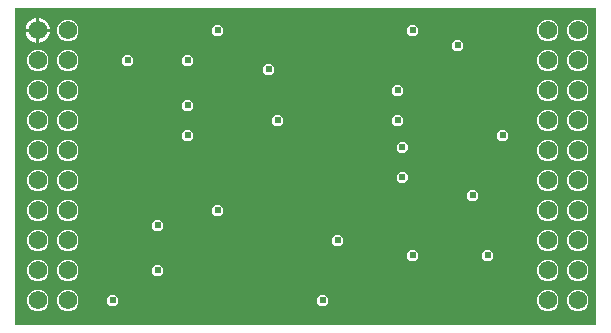
<source format=gbr>
G04 EAGLE Gerber RS-274X export*
G75*
%MOMM*%
%FSLAX34Y34*%
%LPD*%
%INCopper Layer 15*%
%IPPOS*%
%AMOC8*
5,1,8,0,0,1.08239X$1,22.5*%
G01*
%ADD10C,1.575000*%
%ADD11C,0.610000*%

G36*
X493937Y2004D02*
X493937Y2004D01*
X493957Y2002D01*
X494058Y2024D01*
X494160Y2040D01*
X494178Y2050D01*
X494197Y2054D01*
X494286Y2107D01*
X494377Y2156D01*
X494391Y2170D01*
X494408Y2180D01*
X494476Y2259D01*
X494547Y2334D01*
X494555Y2352D01*
X494568Y2367D01*
X494607Y2463D01*
X494650Y2557D01*
X494653Y2577D01*
X494660Y2595D01*
X494678Y2762D01*
X494678Y270062D01*
X494675Y270082D01*
X494677Y270101D01*
X494655Y270203D01*
X494639Y270305D01*
X494629Y270322D01*
X494625Y270342D01*
X494572Y270431D01*
X494524Y270522D01*
X494509Y270536D01*
X494499Y270553D01*
X494420Y270620D01*
X494345Y270691D01*
X494327Y270700D01*
X494312Y270713D01*
X494216Y270752D01*
X494122Y270795D01*
X494102Y270797D01*
X494084Y270805D01*
X493917Y270823D01*
X2762Y270823D01*
X2742Y270820D01*
X2723Y270822D01*
X2621Y270800D01*
X2519Y270783D01*
X2502Y270774D01*
X2482Y270770D01*
X2393Y270717D01*
X2302Y270668D01*
X2288Y270654D01*
X2271Y270644D01*
X2204Y270565D01*
X2132Y270490D01*
X2124Y270472D01*
X2111Y270457D01*
X2072Y270361D01*
X2029Y270267D01*
X2027Y270247D01*
X2019Y270229D01*
X2001Y270062D01*
X2001Y2762D01*
X2004Y2742D01*
X2002Y2723D01*
X2024Y2621D01*
X2040Y2519D01*
X2050Y2502D01*
X2054Y2482D01*
X2107Y2393D01*
X2156Y2302D01*
X2170Y2288D01*
X2180Y2271D01*
X2259Y2204D01*
X2334Y2132D01*
X2352Y2124D01*
X2367Y2111D01*
X2463Y2072D01*
X2557Y2029D01*
X2577Y2027D01*
X2595Y2019D01*
X2762Y2001D01*
X493917Y2001D01*
X493937Y2004D01*
G37*
%LPC*%
G36*
X19771Y115314D02*
X19771Y115314D01*
X16409Y116707D01*
X13837Y119279D01*
X12444Y122641D01*
X12444Y126279D01*
X13837Y129641D01*
X16409Y132213D01*
X19771Y133606D01*
X23409Y133606D01*
X26771Y132213D01*
X29343Y129641D01*
X30736Y126279D01*
X30736Y122641D01*
X29343Y119279D01*
X26771Y116707D01*
X23409Y115314D01*
X19771Y115314D01*
G37*
%LPD*%
%LPC*%
G36*
X476971Y89914D02*
X476971Y89914D01*
X473609Y91307D01*
X471037Y93879D01*
X469644Y97241D01*
X469644Y100879D01*
X471037Y104241D01*
X473609Y106813D01*
X476971Y108206D01*
X480609Y108206D01*
X483971Y106813D01*
X486543Y104241D01*
X487936Y100879D01*
X487936Y97241D01*
X486543Y93879D01*
X483971Y91307D01*
X480609Y89914D01*
X476971Y89914D01*
G37*
%LPD*%
%LPC*%
G36*
X476971Y242314D02*
X476971Y242314D01*
X473609Y243707D01*
X471037Y246279D01*
X469644Y249641D01*
X469644Y253279D01*
X471037Y256641D01*
X473609Y259213D01*
X476971Y260606D01*
X480609Y260606D01*
X483971Y259213D01*
X486543Y256641D01*
X487936Y253279D01*
X487936Y249641D01*
X486543Y246279D01*
X483971Y243707D01*
X480609Y242314D01*
X476971Y242314D01*
G37*
%LPD*%
%LPC*%
G36*
X451571Y242314D02*
X451571Y242314D01*
X448209Y243707D01*
X445637Y246279D01*
X444244Y249641D01*
X444244Y253279D01*
X445637Y256641D01*
X448209Y259213D01*
X451571Y260606D01*
X455209Y260606D01*
X458571Y259213D01*
X461143Y256641D01*
X462536Y253279D01*
X462536Y249641D01*
X461143Y246279D01*
X458571Y243707D01*
X455209Y242314D01*
X451571Y242314D01*
G37*
%LPD*%
%LPC*%
G36*
X45171Y242314D02*
X45171Y242314D01*
X41809Y243707D01*
X39237Y246279D01*
X37844Y249641D01*
X37844Y253279D01*
X39237Y256641D01*
X41809Y259213D01*
X45171Y260606D01*
X48809Y260606D01*
X52171Y259213D01*
X54743Y256641D01*
X56136Y253279D01*
X56136Y249641D01*
X54743Y246279D01*
X52171Y243707D01*
X48809Y242314D01*
X45171Y242314D01*
G37*
%LPD*%
%LPC*%
G36*
X451571Y89914D02*
X451571Y89914D01*
X448209Y91307D01*
X445637Y93879D01*
X444244Y97241D01*
X444244Y100879D01*
X445637Y104241D01*
X448209Y106813D01*
X451571Y108206D01*
X455209Y108206D01*
X458571Y106813D01*
X461143Y104241D01*
X462536Y100879D01*
X462536Y97241D01*
X461143Y93879D01*
X458571Y91307D01*
X455209Y89914D01*
X451571Y89914D01*
G37*
%LPD*%
%LPC*%
G36*
X45171Y89914D02*
X45171Y89914D01*
X41809Y91307D01*
X39237Y93879D01*
X37844Y97241D01*
X37844Y100879D01*
X39237Y104241D01*
X41809Y106813D01*
X45171Y108206D01*
X48809Y108206D01*
X52171Y106813D01*
X54743Y104241D01*
X56136Y100879D01*
X56136Y97241D01*
X54743Y93879D01*
X52171Y91307D01*
X48809Y89914D01*
X45171Y89914D01*
G37*
%LPD*%
%LPC*%
G36*
X19771Y140714D02*
X19771Y140714D01*
X16409Y142107D01*
X13837Y144679D01*
X12444Y148041D01*
X12444Y151679D01*
X13837Y155041D01*
X16409Y157613D01*
X19771Y159006D01*
X23409Y159006D01*
X26771Y157613D01*
X29343Y155041D01*
X30736Y151679D01*
X30736Y148041D01*
X29343Y144679D01*
X26771Y142107D01*
X23409Y140714D01*
X19771Y140714D01*
G37*
%LPD*%
%LPC*%
G36*
X19771Y89914D02*
X19771Y89914D01*
X16409Y91307D01*
X13837Y93879D01*
X12444Y97241D01*
X12444Y100879D01*
X13837Y104241D01*
X16409Y106813D01*
X19771Y108206D01*
X23409Y108206D01*
X26771Y106813D01*
X29343Y104241D01*
X30736Y100879D01*
X30736Y97241D01*
X29343Y93879D01*
X26771Y91307D01*
X23409Y89914D01*
X19771Y89914D01*
G37*
%LPD*%
%LPC*%
G36*
X476971Y64514D02*
X476971Y64514D01*
X473609Y65907D01*
X471037Y68479D01*
X469644Y71841D01*
X469644Y75479D01*
X471037Y78841D01*
X473609Y81413D01*
X476971Y82806D01*
X480609Y82806D01*
X483971Y81413D01*
X486543Y78841D01*
X487936Y75479D01*
X487936Y71841D01*
X486543Y68479D01*
X483971Y65907D01*
X480609Y64514D01*
X476971Y64514D01*
G37*
%LPD*%
%LPC*%
G36*
X451571Y64514D02*
X451571Y64514D01*
X448209Y65907D01*
X445637Y68479D01*
X444244Y71841D01*
X444244Y75479D01*
X445637Y78841D01*
X448209Y81413D01*
X451571Y82806D01*
X455209Y82806D01*
X458571Y81413D01*
X461143Y78841D01*
X462536Y75479D01*
X462536Y71841D01*
X461143Y68479D01*
X458571Y65907D01*
X455209Y64514D01*
X451571Y64514D01*
G37*
%LPD*%
%LPC*%
G36*
X451571Y216914D02*
X451571Y216914D01*
X448209Y218307D01*
X445637Y220879D01*
X444244Y224241D01*
X444244Y227879D01*
X445637Y231241D01*
X448209Y233813D01*
X451571Y235206D01*
X455209Y235206D01*
X458571Y233813D01*
X461143Y231241D01*
X462536Y227879D01*
X462536Y224241D01*
X461143Y220879D01*
X458571Y218307D01*
X455209Y216914D01*
X451571Y216914D01*
G37*
%LPD*%
%LPC*%
G36*
X45171Y216914D02*
X45171Y216914D01*
X41809Y218307D01*
X39237Y220879D01*
X37844Y224241D01*
X37844Y227879D01*
X39237Y231241D01*
X41809Y233813D01*
X45171Y235206D01*
X48809Y235206D01*
X52171Y233813D01*
X54743Y231241D01*
X56136Y227879D01*
X56136Y224241D01*
X54743Y220879D01*
X52171Y218307D01*
X48809Y216914D01*
X45171Y216914D01*
G37*
%LPD*%
%LPC*%
G36*
X476971Y216914D02*
X476971Y216914D01*
X473609Y218307D01*
X471037Y220879D01*
X469644Y224241D01*
X469644Y227879D01*
X471037Y231241D01*
X473609Y233813D01*
X476971Y235206D01*
X480609Y235206D01*
X483971Y233813D01*
X486543Y231241D01*
X487936Y227879D01*
X487936Y224241D01*
X486543Y220879D01*
X483971Y218307D01*
X480609Y216914D01*
X476971Y216914D01*
G37*
%LPD*%
%LPC*%
G36*
X19771Y216914D02*
X19771Y216914D01*
X16409Y218307D01*
X13837Y220879D01*
X12444Y224241D01*
X12444Y227879D01*
X13837Y231241D01*
X16409Y233813D01*
X19771Y235206D01*
X23409Y235206D01*
X26771Y233813D01*
X29343Y231241D01*
X30736Y227879D01*
X30736Y224241D01*
X29343Y220879D01*
X26771Y218307D01*
X23409Y216914D01*
X19771Y216914D01*
G37*
%LPD*%
%LPC*%
G36*
X45171Y64514D02*
X45171Y64514D01*
X41809Y65907D01*
X39237Y68479D01*
X37844Y71841D01*
X37844Y75479D01*
X39237Y78841D01*
X41809Y81413D01*
X45171Y82806D01*
X48809Y82806D01*
X52171Y81413D01*
X54743Y78841D01*
X56136Y75479D01*
X56136Y71841D01*
X54743Y68479D01*
X52171Y65907D01*
X48809Y64514D01*
X45171Y64514D01*
G37*
%LPD*%
%LPC*%
G36*
X19771Y64514D02*
X19771Y64514D01*
X16409Y65907D01*
X13837Y68479D01*
X12444Y71841D01*
X12444Y75479D01*
X13837Y78841D01*
X16409Y81413D01*
X19771Y82806D01*
X23409Y82806D01*
X26771Y81413D01*
X29343Y78841D01*
X30736Y75479D01*
X30736Y71841D01*
X29343Y68479D01*
X26771Y65907D01*
X23409Y64514D01*
X19771Y64514D01*
G37*
%LPD*%
%LPC*%
G36*
X476971Y39114D02*
X476971Y39114D01*
X473609Y40507D01*
X471037Y43079D01*
X469644Y46441D01*
X469644Y50079D01*
X471037Y53441D01*
X473609Y56013D01*
X476971Y57406D01*
X480609Y57406D01*
X483971Y56013D01*
X486543Y53441D01*
X487936Y50079D01*
X487936Y46441D01*
X486543Y43079D01*
X483971Y40507D01*
X480609Y39114D01*
X476971Y39114D01*
G37*
%LPD*%
%LPC*%
G36*
X476971Y191514D02*
X476971Y191514D01*
X473609Y192907D01*
X471037Y195479D01*
X469644Y198841D01*
X469644Y202479D01*
X471037Y205841D01*
X473609Y208413D01*
X476971Y209806D01*
X480609Y209806D01*
X483971Y208413D01*
X486543Y205841D01*
X487936Y202479D01*
X487936Y198841D01*
X486543Y195479D01*
X483971Y192907D01*
X480609Y191514D01*
X476971Y191514D01*
G37*
%LPD*%
%LPC*%
G36*
X451571Y191514D02*
X451571Y191514D01*
X448209Y192907D01*
X445637Y195479D01*
X444244Y198841D01*
X444244Y202479D01*
X445637Y205841D01*
X448209Y208413D01*
X451571Y209806D01*
X455209Y209806D01*
X458571Y208413D01*
X461143Y205841D01*
X462536Y202479D01*
X462536Y198841D01*
X461143Y195479D01*
X458571Y192907D01*
X455209Y191514D01*
X451571Y191514D01*
G37*
%LPD*%
%LPC*%
G36*
X45171Y191514D02*
X45171Y191514D01*
X41809Y192907D01*
X39237Y195479D01*
X37844Y198841D01*
X37844Y202479D01*
X39237Y205841D01*
X41809Y208413D01*
X45171Y209806D01*
X48809Y209806D01*
X52171Y208413D01*
X54743Y205841D01*
X56136Y202479D01*
X56136Y198841D01*
X54743Y195479D01*
X52171Y192907D01*
X48809Y191514D01*
X45171Y191514D01*
G37*
%LPD*%
%LPC*%
G36*
X19771Y191514D02*
X19771Y191514D01*
X16409Y192907D01*
X13837Y195479D01*
X12444Y198841D01*
X12444Y202479D01*
X13837Y205841D01*
X16409Y208413D01*
X19771Y209806D01*
X23409Y209806D01*
X26771Y208413D01*
X29343Y205841D01*
X30736Y202479D01*
X30736Y198841D01*
X29343Y195479D01*
X26771Y192907D01*
X23409Y191514D01*
X19771Y191514D01*
G37*
%LPD*%
%LPC*%
G36*
X451571Y39114D02*
X451571Y39114D01*
X448209Y40507D01*
X445637Y43079D01*
X444244Y46441D01*
X444244Y50079D01*
X445637Y53441D01*
X448209Y56013D01*
X451571Y57406D01*
X455209Y57406D01*
X458571Y56013D01*
X461143Y53441D01*
X462536Y50079D01*
X462536Y46441D01*
X461143Y43079D01*
X458571Y40507D01*
X455209Y39114D01*
X451571Y39114D01*
G37*
%LPD*%
%LPC*%
G36*
X19771Y39114D02*
X19771Y39114D01*
X16409Y40507D01*
X13837Y43079D01*
X12444Y46441D01*
X12444Y50079D01*
X13837Y53441D01*
X16409Y56013D01*
X19771Y57406D01*
X23409Y57406D01*
X26771Y56013D01*
X29343Y53441D01*
X30736Y50079D01*
X30736Y46441D01*
X29343Y43079D01*
X26771Y40507D01*
X23409Y39114D01*
X19771Y39114D01*
G37*
%LPD*%
%LPC*%
G36*
X476971Y166114D02*
X476971Y166114D01*
X473609Y167507D01*
X471037Y170079D01*
X469644Y173441D01*
X469644Y177079D01*
X471037Y180441D01*
X473609Y183013D01*
X476971Y184406D01*
X480609Y184406D01*
X483971Y183013D01*
X486543Y180441D01*
X487936Y177079D01*
X487936Y173441D01*
X486543Y170079D01*
X483971Y167507D01*
X480609Y166114D01*
X476971Y166114D01*
G37*
%LPD*%
%LPC*%
G36*
X451571Y166114D02*
X451571Y166114D01*
X448209Y167507D01*
X445637Y170079D01*
X444244Y173441D01*
X444244Y177079D01*
X445637Y180441D01*
X448209Y183013D01*
X451571Y184406D01*
X455209Y184406D01*
X458571Y183013D01*
X461143Y180441D01*
X462536Y177079D01*
X462536Y173441D01*
X461143Y170079D01*
X458571Y167507D01*
X455209Y166114D01*
X451571Y166114D01*
G37*
%LPD*%
%LPC*%
G36*
X45171Y166114D02*
X45171Y166114D01*
X41809Y167507D01*
X39237Y170079D01*
X37844Y173441D01*
X37844Y177079D01*
X39237Y180441D01*
X41809Y183013D01*
X45171Y184406D01*
X48809Y184406D01*
X52171Y183013D01*
X54743Y180441D01*
X56136Y177079D01*
X56136Y173441D01*
X54743Y170079D01*
X52171Y167507D01*
X48809Y166114D01*
X45171Y166114D01*
G37*
%LPD*%
%LPC*%
G36*
X19771Y166114D02*
X19771Y166114D01*
X16409Y167507D01*
X13837Y170079D01*
X12444Y173441D01*
X12444Y177079D01*
X13837Y180441D01*
X16409Y183013D01*
X19771Y184406D01*
X23409Y184406D01*
X26771Y183013D01*
X29343Y180441D01*
X30736Y177079D01*
X30736Y173441D01*
X29343Y170079D01*
X26771Y167507D01*
X23409Y166114D01*
X19771Y166114D01*
G37*
%LPD*%
%LPC*%
G36*
X476971Y13714D02*
X476971Y13714D01*
X473609Y15107D01*
X471037Y17679D01*
X469644Y21041D01*
X469644Y24679D01*
X471037Y28041D01*
X473609Y30613D01*
X476971Y32006D01*
X480609Y32006D01*
X483971Y30613D01*
X486543Y28041D01*
X487936Y24679D01*
X487936Y21041D01*
X486543Y17679D01*
X483971Y15107D01*
X480609Y13714D01*
X476971Y13714D01*
G37*
%LPD*%
%LPC*%
G36*
X451571Y13714D02*
X451571Y13714D01*
X448209Y15107D01*
X445637Y17679D01*
X444244Y21041D01*
X444244Y24679D01*
X445637Y28041D01*
X448209Y30613D01*
X451571Y32006D01*
X455209Y32006D01*
X458571Y30613D01*
X461143Y28041D01*
X462536Y24679D01*
X462536Y21041D01*
X461143Y17679D01*
X458571Y15107D01*
X455209Y13714D01*
X451571Y13714D01*
G37*
%LPD*%
%LPC*%
G36*
X45171Y13714D02*
X45171Y13714D01*
X41809Y15107D01*
X39237Y17679D01*
X37844Y21041D01*
X37844Y24679D01*
X39237Y28041D01*
X41809Y30613D01*
X45171Y32006D01*
X48809Y32006D01*
X52171Y30613D01*
X54743Y28041D01*
X56136Y24679D01*
X56136Y21041D01*
X54743Y17679D01*
X52171Y15107D01*
X48809Y13714D01*
X45171Y13714D01*
G37*
%LPD*%
%LPC*%
G36*
X19771Y13714D02*
X19771Y13714D01*
X16409Y15107D01*
X13837Y17679D01*
X12444Y21041D01*
X12444Y24679D01*
X13837Y28041D01*
X16409Y30613D01*
X19771Y32006D01*
X23409Y32006D01*
X26771Y30613D01*
X29343Y28041D01*
X30736Y24679D01*
X30736Y21041D01*
X29343Y17679D01*
X26771Y15107D01*
X23409Y13714D01*
X19771Y13714D01*
G37*
%LPD*%
%LPC*%
G36*
X45171Y140714D02*
X45171Y140714D01*
X41809Y142107D01*
X39237Y144679D01*
X37844Y148041D01*
X37844Y151679D01*
X39237Y155041D01*
X41809Y157613D01*
X45171Y159006D01*
X48809Y159006D01*
X52171Y157613D01*
X54743Y155041D01*
X56136Y151679D01*
X56136Y148041D01*
X54743Y144679D01*
X52171Y142107D01*
X48809Y140714D01*
X45171Y140714D01*
G37*
%LPD*%
%LPC*%
G36*
X45171Y39114D02*
X45171Y39114D01*
X41809Y40507D01*
X39237Y43079D01*
X37844Y46441D01*
X37844Y50079D01*
X39237Y53441D01*
X41809Y56013D01*
X45171Y57406D01*
X48809Y57406D01*
X52171Y56013D01*
X54743Y53441D01*
X56136Y50079D01*
X56136Y46441D01*
X54743Y43079D01*
X52171Y40507D01*
X48809Y39114D01*
X45171Y39114D01*
G37*
%LPD*%
%LPC*%
G36*
X476971Y140714D02*
X476971Y140714D01*
X473609Y142107D01*
X471037Y144679D01*
X469644Y148041D01*
X469644Y151679D01*
X471037Y155041D01*
X473609Y157613D01*
X476971Y159006D01*
X480609Y159006D01*
X483971Y157613D01*
X486543Y155041D01*
X487936Y151679D01*
X487936Y148041D01*
X486543Y144679D01*
X483971Y142107D01*
X480609Y140714D01*
X476971Y140714D01*
G37*
%LPD*%
%LPC*%
G36*
X451571Y140714D02*
X451571Y140714D01*
X448209Y142107D01*
X445637Y144679D01*
X444244Y148041D01*
X444244Y151679D01*
X445637Y155041D01*
X448209Y157613D01*
X451571Y159006D01*
X455209Y159006D01*
X458571Y157613D01*
X461143Y155041D01*
X462536Y151679D01*
X462536Y148041D01*
X461143Y144679D01*
X458571Y142107D01*
X455209Y140714D01*
X451571Y140714D01*
G37*
%LPD*%
%LPC*%
G36*
X476971Y115314D02*
X476971Y115314D01*
X473609Y116707D01*
X471037Y119279D01*
X469644Y122641D01*
X469644Y126279D01*
X471037Y129641D01*
X473609Y132213D01*
X476971Y133606D01*
X480609Y133606D01*
X483971Y132213D01*
X486543Y129641D01*
X487936Y126279D01*
X487936Y122641D01*
X486543Y119279D01*
X483971Y116707D01*
X480609Y115314D01*
X476971Y115314D01*
G37*
%LPD*%
%LPC*%
G36*
X451571Y115314D02*
X451571Y115314D01*
X448209Y116707D01*
X445637Y119279D01*
X444244Y122641D01*
X444244Y126279D01*
X445637Y129641D01*
X448209Y132213D01*
X451571Y133606D01*
X455209Y133606D01*
X458571Y132213D01*
X461143Y129641D01*
X462536Y126279D01*
X462536Y122641D01*
X461143Y119279D01*
X458571Y116707D01*
X455209Y115314D01*
X451571Y115314D01*
G37*
%LPD*%
%LPC*%
G36*
X45171Y115314D02*
X45171Y115314D01*
X41809Y116707D01*
X39237Y119279D01*
X37844Y122641D01*
X37844Y126279D01*
X39237Y129641D01*
X41809Y132213D01*
X45171Y133606D01*
X48809Y133606D01*
X52171Y132213D01*
X54743Y129641D01*
X56136Y126279D01*
X56136Y122641D01*
X54743Y119279D01*
X52171Y116707D01*
X48809Y115314D01*
X45171Y115314D01*
G37*
%LPD*%
%LPC*%
G36*
X337195Y246885D02*
X337195Y246885D01*
X334515Y249565D01*
X334515Y253355D01*
X337195Y256035D01*
X340985Y256035D01*
X343665Y253355D01*
X343665Y249565D01*
X340985Y246885D01*
X337195Y246885D01*
G37*
%LPD*%
%LPC*%
G36*
X172095Y246885D02*
X172095Y246885D01*
X169415Y249565D01*
X169415Y253355D01*
X172095Y256035D01*
X175885Y256035D01*
X178565Y253355D01*
X178565Y249565D01*
X175885Y246885D01*
X172095Y246885D01*
G37*
%LPD*%
%LPC*%
G36*
X375295Y234185D02*
X375295Y234185D01*
X372615Y236865D01*
X372615Y240655D01*
X375295Y243335D01*
X379085Y243335D01*
X381765Y240655D01*
X381765Y236865D01*
X379085Y234185D01*
X375295Y234185D01*
G37*
%LPD*%
%LPC*%
G36*
X95895Y221485D02*
X95895Y221485D01*
X93215Y224165D01*
X93215Y227955D01*
X95895Y230635D01*
X99685Y230635D01*
X102365Y227955D01*
X102365Y224165D01*
X99685Y221485D01*
X95895Y221485D01*
G37*
%LPD*%
%LPC*%
G36*
X215275Y213865D02*
X215275Y213865D01*
X212595Y216545D01*
X212595Y220335D01*
X215275Y223015D01*
X219065Y223015D01*
X221745Y220335D01*
X221745Y216545D01*
X219065Y213865D01*
X215275Y213865D01*
G37*
%LPD*%
%LPC*%
G36*
X324495Y196085D02*
X324495Y196085D01*
X321815Y198765D01*
X321815Y202555D01*
X324495Y205235D01*
X328285Y205235D01*
X330965Y202555D01*
X330965Y198765D01*
X328285Y196085D01*
X324495Y196085D01*
G37*
%LPD*%
%LPC*%
G36*
X146695Y183385D02*
X146695Y183385D01*
X144015Y186065D01*
X144015Y189855D01*
X146695Y192535D01*
X150485Y192535D01*
X153165Y189855D01*
X153165Y186065D01*
X150485Y183385D01*
X146695Y183385D01*
G37*
%LPD*%
%LPC*%
G36*
X324495Y170685D02*
X324495Y170685D01*
X321815Y173365D01*
X321815Y177155D01*
X324495Y179835D01*
X328285Y179835D01*
X330965Y177155D01*
X330965Y173365D01*
X328285Y170685D01*
X324495Y170685D01*
G37*
%LPD*%
%LPC*%
G36*
X222895Y170685D02*
X222895Y170685D01*
X220215Y173365D01*
X220215Y177155D01*
X222895Y179835D01*
X226685Y179835D01*
X229365Y177155D01*
X229365Y173365D01*
X226685Y170685D01*
X222895Y170685D01*
G37*
%LPD*%
%LPC*%
G36*
X413395Y157985D02*
X413395Y157985D01*
X410715Y160665D01*
X410715Y164455D01*
X413395Y167135D01*
X417185Y167135D01*
X419865Y164455D01*
X419865Y160665D01*
X417185Y157985D01*
X413395Y157985D01*
G37*
%LPD*%
%LPC*%
G36*
X146695Y157985D02*
X146695Y157985D01*
X144015Y160665D01*
X144015Y164455D01*
X146695Y167135D01*
X150485Y167135D01*
X153165Y164455D01*
X153165Y160665D01*
X150485Y157985D01*
X146695Y157985D01*
G37*
%LPD*%
%LPC*%
G36*
X337195Y56385D02*
X337195Y56385D01*
X334515Y59065D01*
X334515Y62855D01*
X337195Y65535D01*
X340985Y65535D01*
X343665Y62855D01*
X343665Y59065D01*
X340985Y56385D01*
X337195Y56385D01*
G37*
%LPD*%
%LPC*%
G36*
X121295Y81785D02*
X121295Y81785D01*
X118615Y84465D01*
X118615Y88255D01*
X121295Y90935D01*
X125085Y90935D01*
X127765Y88255D01*
X127765Y84465D01*
X125085Y81785D01*
X121295Y81785D01*
G37*
%LPD*%
%LPC*%
G36*
X328305Y122425D02*
X328305Y122425D01*
X325625Y125105D01*
X325625Y128895D01*
X328305Y131575D01*
X332095Y131575D01*
X334775Y128895D01*
X334775Y125105D01*
X332095Y122425D01*
X328305Y122425D01*
G37*
%LPD*%
%LPC*%
G36*
X146695Y221485D02*
X146695Y221485D01*
X144015Y224165D01*
X144015Y227955D01*
X146695Y230635D01*
X150485Y230635D01*
X153165Y227955D01*
X153165Y224165D01*
X150485Y221485D01*
X146695Y221485D01*
G37*
%LPD*%
%LPC*%
G36*
X387995Y107185D02*
X387995Y107185D01*
X385315Y109865D01*
X385315Y113655D01*
X387995Y116335D01*
X391785Y116335D01*
X394465Y113655D01*
X394465Y109865D01*
X391785Y107185D01*
X387995Y107185D01*
G37*
%LPD*%
%LPC*%
G36*
X121295Y43685D02*
X121295Y43685D01*
X118615Y46365D01*
X118615Y50155D01*
X121295Y52835D01*
X125085Y52835D01*
X127765Y50155D01*
X127765Y46365D01*
X125085Y43685D01*
X121295Y43685D01*
G37*
%LPD*%
%LPC*%
G36*
X328305Y147825D02*
X328305Y147825D01*
X325625Y150505D01*
X325625Y154295D01*
X328305Y156975D01*
X332095Y156975D01*
X334775Y154295D01*
X334775Y150505D01*
X332095Y147825D01*
X328305Y147825D01*
G37*
%LPD*%
%LPC*%
G36*
X172095Y94485D02*
X172095Y94485D01*
X169415Y97165D01*
X169415Y100955D01*
X172095Y103635D01*
X175885Y103635D01*
X178565Y100955D01*
X178565Y97165D01*
X175885Y94485D01*
X172095Y94485D01*
G37*
%LPD*%
%LPC*%
G36*
X273695Y69085D02*
X273695Y69085D01*
X271015Y71765D01*
X271015Y75555D01*
X273695Y78235D01*
X277485Y78235D01*
X280165Y75555D01*
X280165Y71765D01*
X277485Y69085D01*
X273695Y69085D01*
G37*
%LPD*%
%LPC*%
G36*
X400695Y56385D02*
X400695Y56385D01*
X398015Y59065D01*
X398015Y62855D01*
X400695Y65535D01*
X404485Y65535D01*
X407165Y62855D01*
X407165Y59065D01*
X404485Y56385D01*
X400695Y56385D01*
G37*
%LPD*%
%LPC*%
G36*
X260995Y18285D02*
X260995Y18285D01*
X258315Y20965D01*
X258315Y24755D01*
X260995Y27435D01*
X264785Y27435D01*
X267465Y24755D01*
X267465Y20965D01*
X264785Y18285D01*
X260995Y18285D01*
G37*
%LPD*%
%LPC*%
G36*
X83195Y18285D02*
X83195Y18285D01*
X80515Y20965D01*
X80515Y24755D01*
X83195Y27435D01*
X86985Y27435D01*
X89665Y24755D01*
X89665Y20965D01*
X86985Y18285D01*
X83195Y18285D01*
G37*
%LPD*%
%LPC*%
G36*
X23113Y252983D02*
X23113Y252983D01*
X23113Y261764D01*
X24029Y261619D01*
X25588Y261113D01*
X27049Y260368D01*
X28375Y259405D01*
X29535Y258245D01*
X30498Y256919D01*
X31243Y255458D01*
X31749Y253899D01*
X31894Y252983D01*
X23113Y252983D01*
G37*
%LPD*%
%LPC*%
G36*
X11286Y252983D02*
X11286Y252983D01*
X11431Y253899D01*
X11937Y255458D01*
X12682Y256919D01*
X13645Y258245D01*
X14805Y259405D01*
X16131Y260368D01*
X17592Y261113D01*
X19151Y261619D01*
X20067Y261764D01*
X20067Y252983D01*
X11286Y252983D01*
G37*
%LPD*%
%LPC*%
G36*
X23113Y249937D02*
X23113Y249937D01*
X31894Y249937D01*
X31749Y249021D01*
X31243Y247462D01*
X30498Y246001D01*
X29535Y244675D01*
X28375Y243515D01*
X27049Y242552D01*
X25588Y241807D01*
X24029Y241301D01*
X23113Y241156D01*
X23113Y249937D01*
G37*
%LPD*%
%LPC*%
G36*
X19151Y241301D02*
X19151Y241301D01*
X17592Y241807D01*
X16131Y242552D01*
X14805Y243515D01*
X13645Y244675D01*
X12682Y246001D01*
X11937Y247462D01*
X11431Y249021D01*
X11286Y249937D01*
X20067Y249937D01*
X20067Y241156D01*
X19151Y241301D01*
G37*
%LPD*%
%LPC*%
G36*
X21589Y251459D02*
X21589Y251459D01*
X21589Y251461D01*
X21591Y251461D01*
X21591Y251459D01*
X21589Y251459D01*
G37*
%LPD*%
D10*
X46990Y251460D03*
X21590Y251460D03*
X46990Y226060D03*
X21590Y226060D03*
X46990Y200660D03*
X21590Y200660D03*
X46990Y175260D03*
X21590Y175260D03*
X46990Y149860D03*
X21590Y149860D03*
X46990Y124460D03*
X21590Y124460D03*
X46990Y99060D03*
X21590Y99060D03*
X46990Y73660D03*
X21590Y73660D03*
X46990Y48260D03*
X21590Y48260D03*
X46990Y22860D03*
X21590Y22860D03*
X478790Y251460D03*
X453390Y251460D03*
X478790Y226060D03*
X453390Y226060D03*
X478790Y200660D03*
X453390Y200660D03*
X478790Y175260D03*
X453390Y175260D03*
X478790Y149860D03*
X453390Y149860D03*
X478790Y124460D03*
X453390Y124460D03*
X478790Y99060D03*
X453390Y99060D03*
X478790Y73660D03*
X453390Y73660D03*
X478790Y48260D03*
X453390Y48260D03*
X478790Y22860D03*
X453390Y22860D03*
D11*
X326390Y99060D03*
X173990Y73660D03*
X173990Y22860D03*
X326390Y200660D03*
X326390Y175260D03*
X275590Y73660D03*
X173990Y99060D03*
X330200Y152400D03*
X330200Y127000D03*
X148590Y162560D03*
X217170Y218440D03*
X389890Y111760D03*
X224790Y175260D03*
X148590Y187960D03*
X123190Y86360D03*
X123190Y48260D03*
X97790Y226060D03*
X148590Y226060D03*
X415290Y162560D03*
X377190Y238760D03*
X402590Y60960D03*
X339090Y60960D03*
X339090Y251460D03*
X173990Y251460D03*
X262890Y22860D03*
X85090Y22860D03*
M02*

</source>
